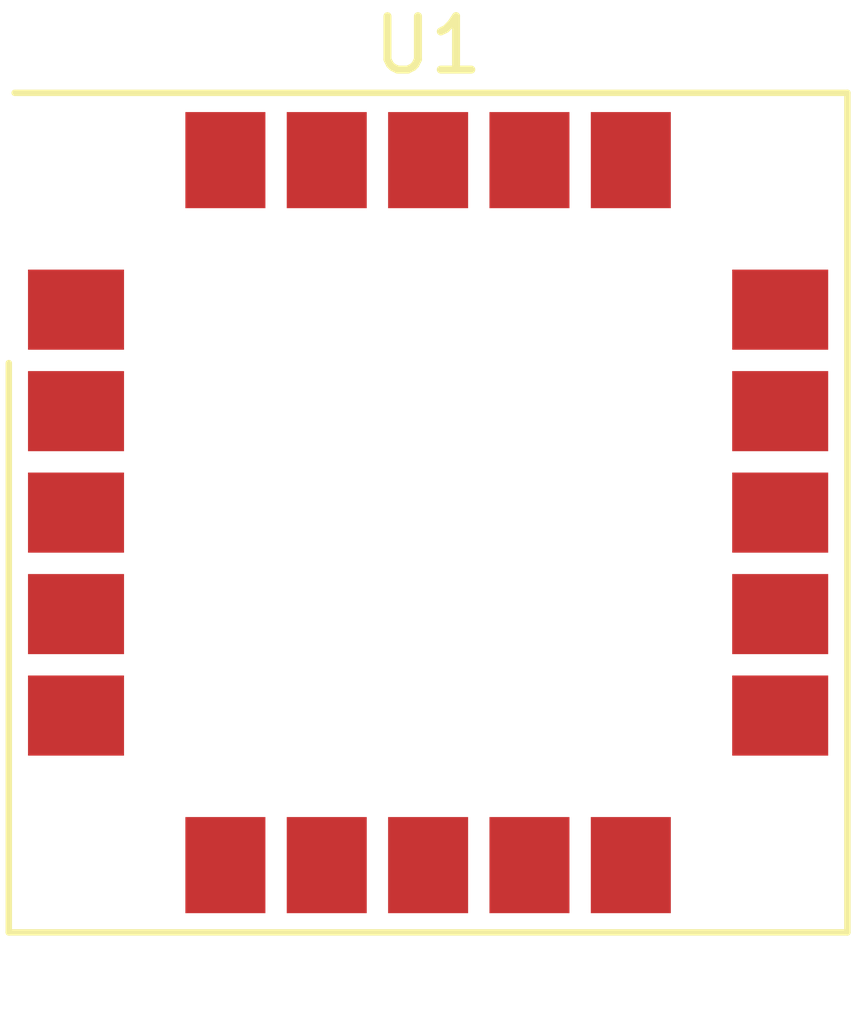
<source format=kicad_pcb>
(kicad_pcb (version 20171130) (host pcbnew 5.1.6-c6e7f7d~87~ubuntu18.04.1)

  (general
    (thickness 1.6)
    (drawings 0)
    (tracks 0)
    (zones 0)
    (modules 1)
    (nets 2)
  )

  (page A4)
  (layers
    (0 F.Cu signal)
    (31 B.Cu signal)
    (32 B.Adhes user)
    (33 F.Adhes user)
    (34 B.Paste user)
    (35 F.Paste user)
    (36 B.SilkS user)
    (37 F.SilkS user)
    (38 B.Mask user)
    (39 F.Mask user)
    (40 Dwgs.User user)
    (41 Cmts.User user)
    (42 Eco1.User user)
    (43 Eco2.User user)
    (44 Edge.Cuts user)
    (45 Margin user)
    (46 B.CrtYd user)
    (47 F.CrtYd user)
    (48 B.Fab user)
    (49 F.Fab user)
  )

  (setup
    (last_trace_width 0.25)
    (trace_clearance 0.2)
    (zone_clearance 0.508)
    (zone_45_only no)
    (trace_min 0.2)
    (via_size 0.8)
    (via_drill 0.4)
    (via_min_size 0.4)
    (via_min_drill 0.3)
    (uvia_size 0.3)
    (uvia_drill 0.1)
    (uvias_allowed no)
    (uvia_min_size 0.2)
    (uvia_min_drill 0.1)
    (edge_width 0.05)
    (segment_width 0.2)
    (pcb_text_width 0.3)
    (pcb_text_size 1.5 1.5)
    (mod_edge_width 0.12)
    (mod_text_size 1 1)
    (mod_text_width 0.15)
    (pad_size 1.524 1.524)
    (pad_drill 0.762)
    (pad_to_mask_clearance 0.05)
    (aux_axis_origin 0 0)
    (visible_elements FFFFFF7F)
    (pcbplotparams
      (layerselection 0x010fc_ffffffff)
      (usegerberextensions false)
      (usegerberattributes true)
      (usegerberadvancedattributes true)
      (creategerberjobfile true)
      (excludeedgelayer true)
      (linewidth 0.100000)
      (plotframeref false)
      (viasonmask false)
      (mode 1)
      (useauxorigin false)
      (hpglpennumber 1)
      (hpglpenspeed 20)
      (hpglpendiameter 15.000000)
      (psnegative false)
      (psa4output false)
      (plotreference true)
      (plotvalue true)
      (plotinvisibletext false)
      (padsonsilk false)
      (subtractmaskfromsilk false)
      (outputformat 1)
      (mirror false)
      (drillshape 1)
      (scaleselection 1)
      (outputdirectory ""))
  )

  (net 0 "")
  (net 1 "Net-(U1-Pad1)")

  (net_class Default "This is the default net class."
    (clearance 0.2)
    (trace_width 0.25)
    (via_dia 0.8)
    (via_drill 0.4)
    (uvia_dia 0.3)
    (uvia_drill 0.1)
    (add_net "Net-(U1-Pad1)")
    (add_net "Net-(U1-Pad12)")
    (add_net "Net-(U1-Pad13)")
    (add_net "Net-(U1-Pad14)")
    (add_net "Net-(U1-Pad17)")
    (add_net "Net-(U1-Pad18)")
    (add_net "Net-(U1-Pad19)")
    (add_net "Net-(U1-Pad2)")
    (add_net "Net-(U1-Pad3)")
    (add_net "Net-(U1-Pad7)")
    (add_net "Net-(U1-Pad8)")
    (add_net "Net-(U1-Pad9)")
  )

  (module RF_GPS:ublox_SAM-M8Q (layer F.Cu) (tedit 5C292C10) (tstamp 615CDC50)
    (at 72.91 63.62)
    (descr "GPS Module, 15.5x15.5x6.3mm, https://www.u-blox.com/sites/default/files/SAM-M8Q_HardwareIntegrationManual_%28UBX-16018358%29.pdf")
    (tags "ublox SAM-M8Q")
    (path /615C7DDA)
    (solder_mask_margin 0.000001)
    (attr smd)
    (fp_text reference U1 (at 0 -8.75) (layer F.SilkS)
      (effects (font (size 1 1) (thickness 0.15)))
    )
    (fp_text value ublox_SAM-M8Q (at 0 8.75) (layer F.Fab)
      (effects (font (size 1 1) (thickness 0.15)))
    )
    (fp_arc (start -4.5 4.5) (end -4.5 5.5) (angle 90) (layer F.Fab) (width 0.1))
    (fp_arc (start 4.5 4.5) (end 5.5 4.5) (angle 90) (layer F.Fab) (width 0.1))
    (fp_arc (start 4.5 -4.5) (end 4.5 -5.5) (angle 90) (layer F.Fab) (width 0.1))
    (fp_arc (start -4.5 -4.5) (end -5.5 -4.5) (angle 90) (layer F.Fab) (width 0.1))
    (fp_text user %R (at 0 0) (layer F.Fab)
      (effects (font (size 1 1) (thickness 0.15)))
    )
    (fp_line (start -7.86 -2.8) (end -7.86 7.86) (layer F.SilkS) (width 0.12))
    (fp_line (start -7.86 7.86) (end 7.86 7.86) (layer F.SilkS) (width 0.12))
    (fp_line (start 7.86 -7.86) (end 7.86 7.86) (layer F.SilkS) (width 0.12))
    (fp_line (start -7.75 -7.86) (end 7.86 -7.86) (layer F.SilkS) (width 0.12))
    (fp_line (start 8 -8) (end -8 -8) (layer F.CrtYd) (width 0.05))
    (fp_line (start 8 8) (end 8 -8) (layer F.CrtYd) (width 0.05))
    (fp_line (start -8 8) (end 8 8) (layer F.CrtYd) (width 0.05))
    (fp_line (start -8 -8) (end -8 8) (layer F.CrtYd) (width 0.05))
    (fp_line (start 4.5 -5.5) (end -4.5 -5.5) (layer F.Fab) (width 0.1))
    (fp_line (start 5.5 4.5) (end 5.5 -4.5) (layer F.Fab) (width 0.1))
    (fp_line (start -4.5 5.5) (end 4.5 5.5) (layer F.Fab) (width 0.1))
    (fp_line (start -5.5 -4.5) (end -5.5 4.5) (layer F.Fab) (width 0.1))
    (fp_line (start -7.75 7.75) (end 7.75 7.75) (layer F.Fab) (width 0.1))
    (fp_line (start -7.75 -7.75) (end -7.75 7.75) (layer F.Fab) (width 0.1))
    (fp_line (start 7.75 -7.75) (end -7.75 -7.75) (layer F.Fab) (width 0.1))
    (fp_line (start 7.75 7.75) (end 7.75 -7.75) (layer F.Fab) (width 0.1))
    (fp_line (start -6 -3.8) (end -7.75 -3.1) (layer F.Fab) (width 0.1))
    (fp_line (start -6 -3.8) (end -7.75 -4.5) (layer F.Fab) (width 0.1))
    (pad 20 smd rect (at -3.8 -6.6) (size 1.5 1.8) (layers F.Cu F.Mask)
      (net 1 "Net-(U1-Pad1)"))
    (pad 19 smd rect (at -1.9 -6.6) (size 1.5 1.8) (layers F.Cu F.Mask))
    (pad 18 smd rect (at 0 -6.6) (size 1.5 1.8) (layers F.Cu F.Mask))
    (pad 17 smd rect (at 1.9 -6.6) (size 1.5 1.8) (layers F.Cu F.Mask))
    (pad 16 smd rect (at 3.8 -6.6) (size 1.5 1.8) (layers F.Cu F.Mask)
      (net 1 "Net-(U1-Pad1)"))
    (pad 15 smd rect (at 6.6 -3.8) (size 1.8 1.5) (layers F.Cu F.Mask)
      (net 1 "Net-(U1-Pad1)"))
    (pad 14 smd rect (at 6.6 -1.9) (size 1.8 1.5) (layers F.Cu F.Mask))
    (pad 13 smd rect (at 6.6 0) (size 1.8 1.5) (layers F.Cu F.Mask))
    (pad 12 smd rect (at 6.6 1.9) (size 1.8 1.5) (layers F.Cu F.Mask))
    (pad 11 smd rect (at 6.6 3.8) (size 1.8 1.5) (layers F.Cu F.Mask)
      (net 1 "Net-(U1-Pad1)"))
    (pad 10 smd rect (at 3.8 6.6) (size 1.5 1.8) (layers F.Cu F.Mask)
      (net 1 "Net-(U1-Pad1)"))
    (pad 9 smd rect (at 1.9 6.6) (size 1.5 1.8) (layers F.Cu F.Mask))
    (pad 8 smd rect (at 0 6.6) (size 1.5 1.8) (layers F.Cu F.Mask))
    (pad 7 smd rect (at -1.9 6.6) (size 1.5 1.8) (layers F.Cu F.Mask))
    (pad 6 smd rect (at -3.8 6.6) (size 1.5 1.8) (layers F.Cu F.Mask)
      (net 1 "Net-(U1-Pad1)"))
    (pad 5 smd rect (at -6.6 3.8) (size 1.8 1.5) (layers F.Cu F.Mask)
      (net 1 "Net-(U1-Pad1)"))
    (pad 4 smd rect (at -6.6 1.9) (size 1.8 1.5) (layers F.Cu F.Mask)
      (net 1 "Net-(U1-Pad1)"))
    (pad 3 smd rect (at -6.6 0) (size 1.8 1.5) (layers F.Cu F.Mask))
    (pad 2 smd rect (at -6.6 -1.9) (size 1.8 1.5) (layers F.Cu F.Mask))
    (pad 1 smd rect (at -6.6 -3.8) (size 1.8 1.5) (layers F.Cu F.Mask)
      (net 1 "Net-(U1-Pad1)"))
    (pad "" smd rect (at -4.225 6.1) (size 0.58 0.72) (layers F.Paste))
    (pad "" smd rect (at -3.375 6.1) (size 0.58 0.72) (layers F.Paste))
    (pad "" smd rect (at -4.225 7.1) (size 0.58 0.72) (layers F.Paste))
    (pad "" smd rect (at -3.375 7.1) (size 0.58 0.72) (layers F.Paste))
    (pad "" smd rect (at -2.325 6.1) (size 0.58 0.72) (layers F.Paste))
    (pad "" smd rect (at -1.475 6.1) (size 0.58 0.72) (layers F.Paste))
    (pad "" smd rect (at -2.325 7.1) (size 0.58 0.72) (layers F.Paste))
    (pad "" smd rect (at -1.475 7.1) (size 0.58 0.72) (layers F.Paste))
    (pad "" smd rect (at -0.425 6.1) (size 0.58 0.72) (layers F.Paste))
    (pad "" smd rect (at 0.425 6.1) (size 0.58 0.72) (layers F.Paste))
    (pad "" smd rect (at -0.425 7.1) (size 0.58 0.72) (layers F.Paste))
    (pad "" smd rect (at 0.425 7.1) (size 0.58 0.72) (layers F.Paste))
    (pad "" smd rect (at 2.325 6.1) (size 0.58 0.72) (layers F.Paste))
    (pad "" smd rect (at 1.475 6.1) (size 0.58 0.72) (layers F.Paste))
    (pad "" smd rect (at 2.325 7.1) (size 0.58 0.72) (layers F.Paste))
    (pad "" smd rect (at 1.475 7.1) (size 0.58 0.72) (layers F.Paste))
    (pad "" smd rect (at 3.375 6.1) (size 0.58 0.72) (layers F.Paste))
    (pad "" smd rect (at 4.225 6.1) (size 0.58 0.72) (layers F.Paste))
    (pad "" smd rect (at 3.375 7.1) (size 0.58 0.72) (layers F.Paste))
    (pad "" smd rect (at 4.225 7.1) (size 0.58 0.72) (layers F.Paste))
    (pad "" smd rect (at -4.225 -6.1) (size 0.58 0.72) (layers F.Paste))
    (pad "" smd rect (at -1.475 -6.1) (size 0.58 0.72) (layers F.Paste))
    (pad "" smd rect (at -4.225 -7.1) (size 0.58 0.72) (layers F.Paste))
    (pad "" smd rect (at -1.475 -7.1) (size 0.58 0.72) (layers F.Paste))
    (pad "" smd rect (at -2.325 -6.1) (size 0.58 0.72) (layers F.Paste))
    (pad "" smd rect (at -3.375 -6.1) (size 0.58 0.72) (layers F.Paste))
    (pad "" smd rect (at -2.325 -7.1) (size 0.58 0.72) (layers F.Paste))
    (pad "" smd rect (at -3.375 -7.1) (size 0.58 0.72) (layers F.Paste))
    (pad "" smd rect (at -0.425 -6.1) (size 0.58 0.72) (layers F.Paste))
    (pad "" smd rect (at 0.425 -6.1) (size 0.58 0.72) (layers F.Paste))
    (pad "" smd rect (at -0.425 -7.1) (size 0.58 0.72) (layers F.Paste))
    (pad "" smd rect (at 0.425 -7.1) (size 0.58 0.72) (layers F.Paste))
    (pad "" smd rect (at 1.475 -6.1) (size 0.58 0.72) (layers F.Paste))
    (pad "" smd rect (at 2.325 -6.1) (size 0.58 0.72) (layers F.Paste))
    (pad "" smd rect (at 1.475 -7.1) (size 0.58 0.72) (layers F.Paste))
    (pad "" smd rect (at 2.325 -7.1) (size 0.58 0.72) (layers F.Paste))
    (pad "" smd rect (at 3.375 -6.1) (size 0.58 0.72) (layers F.Paste))
    (pad "" smd rect (at 4.225 -6.1) (size 0.58 0.72) (layers F.Paste))
    (pad "" smd rect (at 3.375 -7.1) (size 0.58 0.72) (layers F.Paste))
    (pad "" smd rect (at 4.225 -7.1) (size 0.58 0.72) (layers F.Paste))
    (pad "" smd rect (at -7.1 -4.225) (size 0.72 0.58) (layers F.Paste))
    (pad "" smd rect (at -7.1 -3.375) (size 0.72 0.58) (layers F.Paste))
    (pad "" smd rect (at -6.1 -4.225) (size 0.72 0.58) (layers F.Paste))
    (pad "" smd rect (at -6.1 -3.375) (size 0.72 0.58) (layers F.Paste))
    (pad "" smd rect (at -7.1 -2.325) (size 0.72 0.58) (layers F.Paste))
    (pad "" smd rect (at -6.1 -2.325) (size 0.72 0.58) (layers F.Paste))
    (pad "" smd rect (at -7.1 -1.475) (size 0.72 0.58) (layers F.Paste))
    (pad "" smd rect (at -6.1 -1.475) (size 0.72 0.58) (layers F.Paste))
    (pad "" smd rect (at -7.1 -0.425) (size 0.72 0.58) (layers F.Paste))
    (pad "" smd rect (at -6.1 -0.425) (size 0.72 0.58) (layers F.Paste))
    (pad "" smd rect (at -7.1 0.425) (size 0.72 0.58) (layers F.Paste))
    (pad "" smd rect (at -6.1 0.425) (size 0.72 0.58) (layers F.Paste))
    (pad "" smd rect (at -7.1 1.475) (size 0.72 0.58) (layers F.Paste))
    (pad "" smd rect (at -6.1 1.475) (size 0.72 0.58) (layers F.Paste))
    (pad "" smd rect (at -7.1 2.325) (size 0.72 0.58) (layers F.Paste))
    (pad "" smd rect (at -6.1 2.325) (size 0.72 0.58) (layers F.Paste))
    (pad "" smd rect (at -7.1 3.375) (size 0.72 0.58) (layers F.Paste))
    (pad "" smd rect (at -6.1 3.375) (size 0.72 0.58) (layers F.Paste))
    (pad "" smd rect (at -7.1 4.225) (size 0.72 0.58) (layers F.Paste))
    (pad "" smd rect (at -6.1 4.225) (size 0.72 0.58) (layers F.Paste))
    (pad "" smd rect (at 6.1 -4.225) (size 0.72 0.58) (layers F.Paste))
    (pad "" smd rect (at 7.1 -4.225) (size 0.72 0.58) (layers F.Paste))
    (pad "" smd rect (at 6.1 -3.375) (size 0.72 0.58) (layers F.Paste))
    (pad "" smd rect (at 7.1 -3.375) (size 0.72 0.58) (layers F.Paste))
    (pad "" smd rect (at 6.1 -2.325) (size 0.72 0.58) (layers F.Paste))
    (pad "" smd rect (at 7.1 -2.325) (size 0.72 0.58) (layers F.Paste))
    (pad "" smd rect (at 6.1 -1.475) (size 0.72 0.58) (layers F.Paste))
    (pad "" smd rect (at 7.1 -1.475) (size 0.72 0.58) (layers F.Paste))
    (pad "" smd rect (at 6.1 -0.425) (size 0.72 0.58) (layers F.Paste))
    (pad "" smd rect (at 7.1 -0.425) (size 0.72 0.58) (layers F.Paste))
    (pad "" smd rect (at 6.1 0.425) (size 0.72 0.58) (layers F.Paste))
    (pad "" smd rect (at 7.1 0.425) (size 0.72 0.58) (layers F.Paste))
    (pad "" smd rect (at 6.1 1.475) (size 0.72 0.58) (layers F.Paste))
    (pad "" smd rect (at 7.1 1.475) (size 0.72 0.58) (layers F.Paste))
    (pad "" smd rect (at 6.1 2.325) (size 0.72 0.58) (layers F.Paste))
    (pad "" smd rect (at 7.1 2.325) (size 0.72 0.58) (layers F.Paste))
    (pad "" smd rect (at 6.1 3.375) (size 0.72 0.58) (layers F.Paste))
    (pad "" smd rect (at 7.1 3.375) (size 0.72 0.58) (layers F.Paste))
    (pad "" smd rect (at 6.1 4.225) (size 0.72 0.58) (layers F.Paste))
    (pad "" smd rect (at 7.1 4.225) (size 0.72 0.58) (layers F.Paste))
    (model ${KISYS3DMOD}/RF_GPS.3dshapes/ublox_SAM-M8Q.wrl
      (at (xyz 0 0 0))
      (scale (xyz 1 1 1))
      (rotate (xyz 0 0 0))
    )
  )

)

</source>
